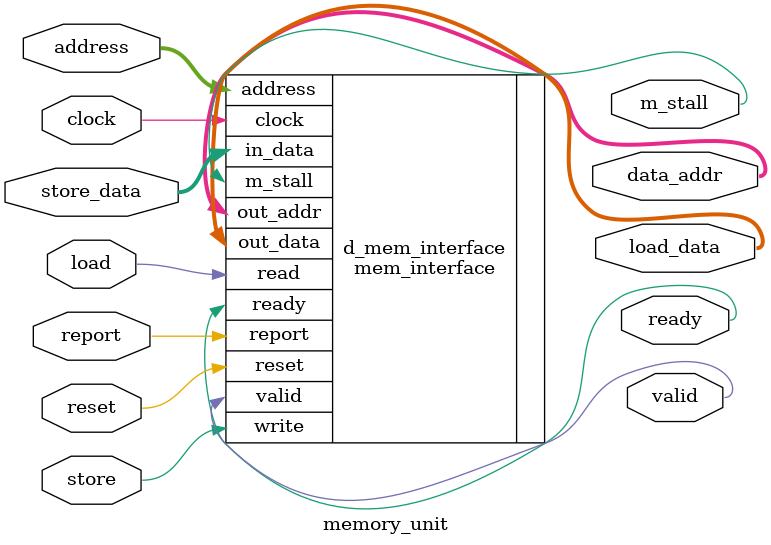
<source format=v>
/** @module : memory
 *  @author : Adaptive & Secure Computing Systems (ASCS) Laboratory
 
 *  Copyright (c) 2018 BRISC-V (ASCS/ECE/BU)
 *  Permission is hereby granted, free of charge, to any person obtaining a copy
 *  of this software and associated documentation files (the "Software"), to deal
 *  in the Software without restriction, including without limitation the rights
 *  to use, copy, modify, merge, publish, distribute, sublicense, and/or sell
 *  copies of the Software, and to permit persons to whom the Software is
 *  furnished to do so, subject to the following conditions:
 *  The above copyright notice and this permission notice shall be included in
 *  all copies or substantial portions of the Software.

 *  THE SOFTWARE IS PROVIDED "AS IS", WITHOUT WARRANTY OF ANY KIND, EXPRESS OR
 *  IMPLIED, INCLUDING BUT NOT LIMITED TO THE WARRANTIES OF MERCHANTABILITY,
 *  FITNESS FOR A PARTICULAR PURPOSE AND NONINFRINGEMENT. IN NO EVENT SHALL THE
 *  AUTHORS OR COPYRIGHT HOLDERS BE LIABLE FOR ANY CLAIM, DAMAGES OR OTHER
 *  LIABILITY, WHETHER IN AN ACTION OF CONTRACT, TORT OR OTHERWISE, ARISING FROM,
 *  OUT OF OR IN CONNECTION WITH THE SOFTWARE OR THE USE OR OTHER DEALINGS IN
 *  THE SOFTWARE.
 */
 
module memory_unit #(parameter CORE = 0, DATA_WIDTH = 32, INDEX_BITS = 6, 
                     OFFSET_BITS = 3, ADDRESS_BITS = 20)(
        clock, reset, 
        load, store,
        address, 
        store_data,
        data_addr, 
        load_data,
        valid, 
        ready, 
        report,
        m_stall
); 

input clock, reset; 
input load, store;
input [ADDRESS_BITS-1:0] address;
input [DATA_WIDTH-1:0]   store_data;
input report;

output [ADDRESS_BITS-1:0] data_addr;
output [DATA_WIDTH-1:0]   load_data;
output valid; 
output ready;  
output m_stall;		// Send stall signal to fetch unit if the memory operation was not completed yet

mem_interface #(CORE, DATA_WIDTH, INDEX_BITS, OFFSET_BITS, ADDRESS_BITS)  
                    d_mem_interface (
                     .clock(clock), 
                     .reset(reset),
                     .read(load), 
                     .write(store), 
                     .address(address), 
                     .in_data(store_data), 
                     .out_addr(data_addr),
                     .out_data(load_data), 
                     .valid(valid), 
                     .ready(ready),
                     .report(report),
                     .m_stall (m_stall)
);

reg [31: 0] cycles; 
always @ (posedge clock) begin 
    cycles <= reset? 0 : cycles + 1; 
    if (report)begin
        $display ("------ Core %d Memory Unit - Current Cycle %d -------", CORE, cycles); 
        $display ("| Address     [%h]", address);
        $display ("| Load        [%b]", load); 
        $display ("| Data Address[%h]", data_addr);
        $display ("| Load Data   [%h]", load_data);
        $display ("| Store       [%b]", store); 
        $display ("| Store Data  [%h]", store_data);
        $display ("| Ready       [%b]", ready);
        $display ("| Valid       [%b]", valid);
        $display ("----------------------------------------------------------------------");
    end
end

endmodule

</source>
